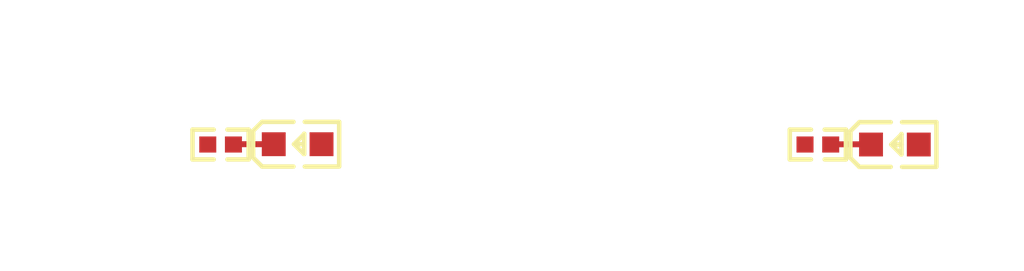
<source format=kicad_pcb>
(kicad_pcb (version 20241229) (generator "atopile") (generator_version "0.11.3")
  (layers (0 "F.Cu" signal) (31 "B.Cu" signal) (34 "B.Paste" user) (35 "F.Paste" user) (36 "B.SilkS" user "B.Silkscreen") (37 "F.SilkS" user "F.Silkscreen") (38 "B.Mask" user) (39 "F.Mask" user) (44 "Edge.Cuts" user))
  (net 0 "")
  (net 1 "footprint-cathode-0")
  (net 2 "footprint-cathode-1")
  (net 3 "GND")
  (net 4 "anode")
  (footprint "UNI_ROYAL_0402WGF1002TCE:R0402" (layer "F.Cu") (at 0 0 180)
    (property "Reference" "R1" (hide yes))
    (property "Value" "10kΩ ±1% 62.5mW")
    (fp_line (start -0.23 0.5) (end -0.94 0.5) (stroke (width 0.15)) (layer "F.SilkS"))
    (fp_line (start -0.94 0.5) (end -0.94 -0.5) (stroke (width 0.15)) (layer "F.SilkS"))
    (fp_line (start -0.94 -0.5) (end -0.23 -0.5) (stroke (width 0.15)) (layer "F.SilkS"))
    (fp_line (start 0.23 0.5) (end 0.94 0.5) (stroke (width 0.15)) (layer "F.SilkS"))
    (fp_line (start 0.94 0.5) (end 0.94 -0.5) (stroke (width 0.15)) (layer "F.SilkS"))
    (fp_line (start 0.94 -0.5) (end 0.23 -0.5) (stroke (width 0.15)) (layer "F.SilkS"))
    (pad "2" smd rect (at 0.43 0 180) (size 0.57 0.54) (layers "F.Cu" "F.Paste" "F.Mask") (net 3 "GND"))
    (pad "1" smd rect (at -0.43 0 180) (size 0.57 0.54) (layers "F.Cu" "F.Paste" "F.Mask") (net 1 "footprint-cathode-0"))
  )
  (footprint "Hubei_KENTO_Elec_KT_0603G:LED0603-RD" (layer "F.Cu") (at 2.5800000000000125 -0.009999999999990905 0)
    (property "Reference" "LED1" (hide yes))
    (property "Value" "")
    (fp_line (start 0.22 0.33) (end 0.21 0.33) (stroke (width 0.15)) (layer "F.SilkS"))
    (fp_line (start 0.21 0.33) (end -0.12 0) (stroke (width 0.15)) (layer "F.SilkS"))
    (fp_line (start 0.22 -0.35) (end 0.22 -0.34) (stroke (width 0.15)) (layer "F.SilkS"))
    (fp_line (start 0.22 -0.34) (end -0.12 0) (stroke (width 0.15)) (layer "F.SilkS"))
    (fp_line (start 0.22 -0.35) (end 0.22 0.33) (stroke (width 0.15)) (layer "F.SilkS"))
    (fp_line (start 0.24 -0.75) (end 1.39 -0.75) (stroke (width 0.15)) (layer "F.SilkS"))
    (fp_line (start 0.24 0.75) (end 1.39 0.75) (stroke (width 0.15)) (layer "F.SilkS"))
    (fp_line (start 1.39 -0.75) (end 1.39 0.73) (stroke (width 0.15)) (layer "F.SilkS"))
    (fp_line (start -0.14 0.75) (end -1.19 0.75) (stroke (width 0.15)) (layer "F.SilkS"))
    (fp_line (start -1.49 0.35) (end -1.49 0.45) (stroke (width 0.15)) (layer "F.SilkS"))
    (fp_line (start -1.49 0.45) (end -1.19 0.75) (stroke (width 0.15)) (layer "F.SilkS"))
    (fp_line (start -1.49 -0.35) (end -1.49 0.35) (stroke (width 0.15)) (layer "F.SilkS"))
    (fp_line (start -1.49 -0.35) (end -1.49 -0.45) (stroke (width 0.15)) (layer "F.SilkS"))
    (fp_line (start -1.49 -0.45) (end -1.19 -0.75) (stroke (width 0.15)) (layer "F.SilkS"))
    (fp_line (start -0.14 -0.75) (end -1.19 -0.75) (stroke (width 0.15)) (layer "F.SilkS"))
    (fp_line (start 0.22 0) (end -0.12 0) (stroke (width 0.15)) (layer "F.SilkS"))
    (pad "2" smd rect (at 0.8 0 90) (size 0.8 0.8) (layers "F.Cu" "F.Paste" "F.Mask") (net 4 "anode"))
    (pad "1" smd rect (at -0.8 0 90) (size 0.8 0.8) (layers "F.Cu" "F.Paste" "F.Mask") (net 1 "footprint-cathode-0"))
  )
  (footprint "UNI_ROYAL_0402WGF1001TCE:R0402" (layer "F.Cu") (at 20 0 180)
    (property "Reference" "R2" (hide yes))
    (property "Value" "1kΩ ±1% 62.5mW")
    (fp_line (start -0.23 0.5) (end -0.94 0.5) (stroke (width 0.15)) (layer "F.SilkS"))
    (fp_line (start -0.94 0.5) (end -0.94 -0.5) (stroke (width 0.15)) (layer "F.SilkS"))
    (fp_line (start -0.94 -0.5) (end -0.23 -0.5) (stroke (width 0.15)) (layer "F.SilkS"))
    (fp_line (start 0.23 0.5) (end 0.94 0.5) (stroke (width 0.15)) (layer "F.SilkS"))
    (fp_line (start 0.94 0.5) (end 0.94 -0.5) (stroke (width 0.15)) (layer "F.SilkS"))
    (fp_line (start 0.94 -0.5) (end 0.23 -0.5) (stroke (width 0.15)) (layer "F.SilkS"))
    (pad "2" smd rect (at 0.43 0 180) (size 0.57 0.54) (layers "F.Cu" "F.Paste" "F.Mask") (net 3 "GND"))
    (pad "1" smd rect (at -0.43 0 180) (size 0.57 0.54) (layers "F.Cu" "F.Paste" "F.Mask") (net 2 "footprint-cathode-1"))
  )
  (footprint "Hubei_KENTO_Elec_KT_0603R:LED0603-RD" (layer "F.Cu") (at 22.579999999999984 0 0)
    (property "Reference" "LED2" (hide yes))
    (property "Value" "")
    (fp_line (start 0.22 0.33) (end 0.21 0.33) (stroke (width 0.15)) (layer "F.SilkS"))
    (fp_line (start 0.21 0.33) (end -0.12 0) (stroke (width 0.15)) (layer "F.SilkS"))
    (fp_line (start 0.22 -0.35) (end 0.22 -0.34) (stroke (width 0.15)) (layer "F.SilkS"))
    (fp_line (start 0.22 -0.34) (end -0.12 0) (stroke (width 0.15)) (layer "F.SilkS"))
    (fp_line (start 0.22 -0.35) (end 0.22 0.33) (stroke (width 0.15)) (layer "F.SilkS"))
    (fp_line (start 0.24 -0.75) (end 1.39 -0.75) (stroke (width 0.15)) (layer "F.SilkS"))
    (fp_line (start 0.24 0.75) (end 1.39 0.75) (stroke (width 0.15)) (layer "F.SilkS"))
    (fp_line (start 1.39 -0.75) (end 1.39 0.73) (stroke (width 0.15)) (layer "F.SilkS"))
    (fp_line (start -0.14 0.75) (end -1.19 0.75) (stroke (width 0.15)) (layer "F.SilkS"))
    (fp_line (start -1.49 0.35) (end -1.49 0.45) (stroke (width 0.15)) (layer "F.SilkS"))
    (fp_line (start -1.49 0.45) (end -1.19 0.75) (stroke (width 0.15)) (layer "F.SilkS"))
    (fp_line (start -1.49 -0.35) (end -1.49 0.35) (stroke (width 0.15)) (layer "F.SilkS"))
    (fp_line (start -1.49 -0.35) (end -1.49 -0.45) (stroke (width 0.15)) (layer "F.SilkS"))
    (fp_line (start -1.49 -0.45) (end -1.19 -0.75) (stroke (width 0.15)) (layer "F.SilkS"))
    (fp_line (start -0.14 -0.75) (end -1.19 -0.75) (stroke (width 0.15)) (layer "F.SilkS"))
    (fp_line (start 0.22 0) (end -0.12 0) (stroke (width 0.15)) (layer "F.SilkS"))
    (pad "2" smd rect (at 0.8 0 90) (size 0.8 0.8) (layers "F.Cu" "F.Paste" "F.Mask") (net 4 "anode"))
    (pad "1" smd rect (at -0.8 0 90) (size 0.8 0.8) (layers "F.Cu" "F.Paste" "F.Mask") (net 2 "footprint-cathode-1"))
  )
  (segment (start 20.52283699999998 -0.006321999999997274) (end 21.77367799999999 -0.006321999999997274) (width 0.2) (net 2) (layer "F.Cu"))
  (segment (start 21.77367799999999 -0.006321999999997274) (end 21.78 0) (width 0.2) (net 2) (layer "F.Cu"))
  (segment (start 0.4399999999999977 -0.009999999999990905) (end 1.7800000000000011 -0.009999999999990905) (width 0.2) (net 1) (layer "F.Cu"))
)
</source>
